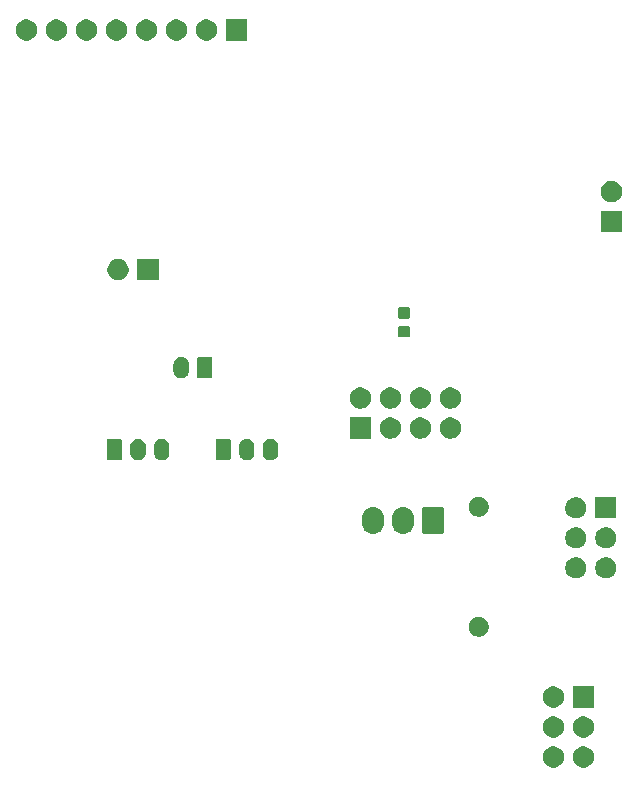
<source format=gbr>
G04 #@! TF.GenerationSoftware,KiCad,Pcbnew,5.1.6*
G04 #@! TF.CreationDate,2020-09-07T17:12:55+08:00*
G04 #@! TF.ProjectId,bt_audio_rec,62745f61-7564-4696-9f5f-7265632e6b69,rev?*
G04 #@! TF.SameCoordinates,Original*
G04 #@! TF.FileFunction,Soldermask,Bot*
G04 #@! TF.FilePolarity,Negative*
%FSLAX46Y46*%
G04 Gerber Fmt 4.6, Leading zero omitted, Abs format (unit mm)*
G04 Created by KiCad (PCBNEW 5.1.6) date 2020-09-07 17:12:55*
%MOMM*%
%LPD*%
G01*
G04 APERTURE LIST*
%ADD10C,0.100000*%
G04 APERTURE END LIST*
D10*
G36*
X254562520Y-140104586D02*
G01*
X254726310Y-140172430D01*
X254873717Y-140270924D01*
X254999076Y-140396283D01*
X255097570Y-140543690D01*
X255165414Y-140707480D01*
X255200000Y-140881358D01*
X255200000Y-141058642D01*
X255165414Y-141232520D01*
X255097570Y-141396310D01*
X254999076Y-141543717D01*
X254873717Y-141669076D01*
X254726310Y-141767570D01*
X254726309Y-141767571D01*
X254726308Y-141767571D01*
X254562520Y-141835414D01*
X254388644Y-141870000D01*
X254211356Y-141870000D01*
X254037480Y-141835414D01*
X253873692Y-141767571D01*
X253873691Y-141767571D01*
X253873690Y-141767570D01*
X253726283Y-141669076D01*
X253600924Y-141543717D01*
X253502430Y-141396310D01*
X253434586Y-141232520D01*
X253400000Y-141058642D01*
X253400000Y-140881358D01*
X253434586Y-140707480D01*
X253502430Y-140543690D01*
X253600924Y-140396283D01*
X253726283Y-140270924D01*
X253873690Y-140172430D01*
X254037480Y-140104586D01*
X254211356Y-140070000D01*
X254388644Y-140070000D01*
X254562520Y-140104586D01*
G37*
G36*
X252022520Y-140104586D02*
G01*
X252186310Y-140172430D01*
X252333717Y-140270924D01*
X252459076Y-140396283D01*
X252557570Y-140543690D01*
X252625414Y-140707480D01*
X252660000Y-140881358D01*
X252660000Y-141058642D01*
X252625414Y-141232520D01*
X252557570Y-141396310D01*
X252459076Y-141543717D01*
X252333717Y-141669076D01*
X252186310Y-141767570D01*
X252186309Y-141767571D01*
X252186308Y-141767571D01*
X252022520Y-141835414D01*
X251848644Y-141870000D01*
X251671356Y-141870000D01*
X251497480Y-141835414D01*
X251333692Y-141767571D01*
X251333691Y-141767571D01*
X251333690Y-141767570D01*
X251186283Y-141669076D01*
X251060924Y-141543717D01*
X250962430Y-141396310D01*
X250894586Y-141232520D01*
X250860000Y-141058642D01*
X250860000Y-140881358D01*
X250894586Y-140707480D01*
X250962430Y-140543690D01*
X251060924Y-140396283D01*
X251186283Y-140270924D01*
X251333690Y-140172430D01*
X251497480Y-140104586D01*
X251671356Y-140070000D01*
X251848644Y-140070000D01*
X252022520Y-140104586D01*
G37*
G36*
X254562520Y-137564586D02*
G01*
X254726310Y-137632430D01*
X254873717Y-137730924D01*
X254999076Y-137856283D01*
X255097570Y-138003690D01*
X255165414Y-138167480D01*
X255200000Y-138341358D01*
X255200000Y-138518642D01*
X255165414Y-138692520D01*
X255097570Y-138856310D01*
X254999076Y-139003717D01*
X254873717Y-139129076D01*
X254726310Y-139227570D01*
X254726309Y-139227571D01*
X254726308Y-139227571D01*
X254562520Y-139295414D01*
X254388644Y-139330000D01*
X254211356Y-139330000D01*
X254037480Y-139295414D01*
X253873692Y-139227571D01*
X253873691Y-139227571D01*
X253873690Y-139227570D01*
X253726283Y-139129076D01*
X253600924Y-139003717D01*
X253502430Y-138856310D01*
X253434586Y-138692520D01*
X253400000Y-138518642D01*
X253400000Y-138341358D01*
X253434586Y-138167480D01*
X253502430Y-138003690D01*
X253600924Y-137856283D01*
X253726283Y-137730924D01*
X253873690Y-137632430D01*
X254037480Y-137564586D01*
X254211356Y-137530000D01*
X254388644Y-137530000D01*
X254562520Y-137564586D01*
G37*
G36*
X252022520Y-137564586D02*
G01*
X252186310Y-137632430D01*
X252333717Y-137730924D01*
X252459076Y-137856283D01*
X252557570Y-138003690D01*
X252625414Y-138167480D01*
X252660000Y-138341358D01*
X252660000Y-138518642D01*
X252625414Y-138692520D01*
X252557570Y-138856310D01*
X252459076Y-139003717D01*
X252333717Y-139129076D01*
X252186310Y-139227570D01*
X252186309Y-139227571D01*
X252186308Y-139227571D01*
X252022520Y-139295414D01*
X251848644Y-139330000D01*
X251671356Y-139330000D01*
X251497480Y-139295414D01*
X251333692Y-139227571D01*
X251333691Y-139227571D01*
X251333690Y-139227570D01*
X251186283Y-139129076D01*
X251060924Y-139003717D01*
X250962430Y-138856310D01*
X250894586Y-138692520D01*
X250860000Y-138518642D01*
X250860000Y-138341358D01*
X250894586Y-138167480D01*
X250962430Y-138003690D01*
X251060924Y-137856283D01*
X251186283Y-137730924D01*
X251333690Y-137632430D01*
X251497480Y-137564586D01*
X251671356Y-137530000D01*
X251848644Y-137530000D01*
X252022520Y-137564586D01*
G37*
G36*
X255200000Y-136790000D02*
G01*
X253400000Y-136790000D01*
X253400000Y-134990000D01*
X255200000Y-134990000D01*
X255200000Y-136790000D01*
G37*
G36*
X252022520Y-135024586D02*
G01*
X252186310Y-135092430D01*
X252333717Y-135190924D01*
X252459076Y-135316283D01*
X252557570Y-135463690D01*
X252625414Y-135627480D01*
X252660000Y-135801358D01*
X252660000Y-135978642D01*
X252625414Y-136152520D01*
X252557570Y-136316310D01*
X252459076Y-136463717D01*
X252333717Y-136589076D01*
X252186310Y-136687570D01*
X252186309Y-136687571D01*
X252186308Y-136687571D01*
X252022520Y-136755414D01*
X251848644Y-136790000D01*
X251671356Y-136790000D01*
X251497480Y-136755414D01*
X251333692Y-136687571D01*
X251333691Y-136687571D01*
X251333690Y-136687570D01*
X251186283Y-136589076D01*
X251060924Y-136463717D01*
X250962430Y-136316310D01*
X250894586Y-136152520D01*
X250860000Y-135978642D01*
X250860000Y-135801358D01*
X250894586Y-135627480D01*
X250962430Y-135463690D01*
X251060924Y-135316283D01*
X251186283Y-135190924D01*
X251333690Y-135092430D01*
X251497480Y-135024586D01*
X251671356Y-134990000D01*
X251848644Y-134990000D01*
X252022520Y-135024586D01*
G37*
G36*
X245677935Y-129122664D02*
G01*
X245832624Y-129186739D01*
X245832626Y-129186740D01*
X245971844Y-129279762D01*
X246090238Y-129398156D01*
X246183260Y-129537374D01*
X246183261Y-129537376D01*
X246247336Y-129692065D01*
X246280000Y-129856281D01*
X246280000Y-130023719D01*
X246247336Y-130187935D01*
X246183261Y-130342624D01*
X246183260Y-130342626D01*
X246090238Y-130481844D01*
X245971844Y-130600238D01*
X245832626Y-130693260D01*
X245832625Y-130693261D01*
X245832624Y-130693261D01*
X245677935Y-130757336D01*
X245513719Y-130790000D01*
X245346281Y-130790000D01*
X245182065Y-130757336D01*
X245027376Y-130693261D01*
X245027375Y-130693261D01*
X245027374Y-130693260D01*
X244888156Y-130600238D01*
X244769762Y-130481844D01*
X244676740Y-130342626D01*
X244676739Y-130342624D01*
X244612664Y-130187935D01*
X244580000Y-130023719D01*
X244580000Y-129856281D01*
X244612664Y-129692065D01*
X244676739Y-129537376D01*
X244676740Y-129537374D01*
X244769762Y-129398156D01*
X244888156Y-129279762D01*
X245027374Y-129186740D01*
X245027376Y-129186739D01*
X245182065Y-129122664D01*
X245346281Y-129090000D01*
X245513719Y-129090000D01*
X245677935Y-129122664D01*
G37*
G36*
X256452520Y-124084586D02*
G01*
X256616310Y-124152430D01*
X256763717Y-124250924D01*
X256889076Y-124376283D01*
X256987570Y-124523690D01*
X257055414Y-124687480D01*
X257090000Y-124861358D01*
X257090000Y-125038642D01*
X257055414Y-125212520D01*
X256987570Y-125376310D01*
X256889076Y-125523717D01*
X256763717Y-125649076D01*
X256616310Y-125747570D01*
X256616309Y-125747571D01*
X256616308Y-125747571D01*
X256452520Y-125815414D01*
X256278644Y-125850000D01*
X256101356Y-125850000D01*
X255927480Y-125815414D01*
X255763692Y-125747571D01*
X255763691Y-125747571D01*
X255763690Y-125747570D01*
X255616283Y-125649076D01*
X255490924Y-125523717D01*
X255392430Y-125376310D01*
X255324586Y-125212520D01*
X255290000Y-125038642D01*
X255290000Y-124861358D01*
X255324586Y-124687480D01*
X255392430Y-124523690D01*
X255490924Y-124376283D01*
X255616283Y-124250924D01*
X255763690Y-124152430D01*
X255927480Y-124084586D01*
X256101356Y-124050000D01*
X256278644Y-124050000D01*
X256452520Y-124084586D01*
G37*
G36*
X253912520Y-124084586D02*
G01*
X254076310Y-124152430D01*
X254223717Y-124250924D01*
X254349076Y-124376283D01*
X254447570Y-124523690D01*
X254515414Y-124687480D01*
X254550000Y-124861358D01*
X254550000Y-125038642D01*
X254515414Y-125212520D01*
X254447570Y-125376310D01*
X254349076Y-125523717D01*
X254223717Y-125649076D01*
X254076310Y-125747570D01*
X254076309Y-125747571D01*
X254076308Y-125747571D01*
X253912520Y-125815414D01*
X253738644Y-125850000D01*
X253561356Y-125850000D01*
X253387480Y-125815414D01*
X253223692Y-125747571D01*
X253223691Y-125747571D01*
X253223690Y-125747570D01*
X253076283Y-125649076D01*
X252950924Y-125523717D01*
X252852430Y-125376310D01*
X252784586Y-125212520D01*
X252750000Y-125038642D01*
X252750000Y-124861358D01*
X252784586Y-124687480D01*
X252852430Y-124523690D01*
X252950924Y-124376283D01*
X253076283Y-124250924D01*
X253223690Y-124152430D01*
X253387480Y-124084586D01*
X253561356Y-124050000D01*
X253738644Y-124050000D01*
X253912520Y-124084586D01*
G37*
G36*
X256452520Y-121544586D02*
G01*
X256616310Y-121612430D01*
X256763717Y-121710924D01*
X256889076Y-121836283D01*
X256987570Y-121983690D01*
X256987571Y-121983692D01*
X257027918Y-122081099D01*
X257055414Y-122147480D01*
X257090000Y-122321358D01*
X257090000Y-122498642D01*
X257055414Y-122672520D01*
X256987570Y-122836310D01*
X256889076Y-122983717D01*
X256763717Y-123109076D01*
X256616310Y-123207570D01*
X256616309Y-123207571D01*
X256616308Y-123207571D01*
X256452520Y-123275414D01*
X256278644Y-123310000D01*
X256101356Y-123310000D01*
X255927480Y-123275414D01*
X255763692Y-123207571D01*
X255763691Y-123207571D01*
X255763690Y-123207570D01*
X255616283Y-123109076D01*
X255490924Y-122983717D01*
X255392430Y-122836310D01*
X255324586Y-122672520D01*
X255290000Y-122498642D01*
X255290000Y-122321358D01*
X255324586Y-122147480D01*
X255352082Y-122081099D01*
X255392429Y-121983692D01*
X255392430Y-121983690D01*
X255490924Y-121836283D01*
X255616283Y-121710924D01*
X255763690Y-121612430D01*
X255927480Y-121544586D01*
X256101356Y-121510000D01*
X256278644Y-121510000D01*
X256452520Y-121544586D01*
G37*
G36*
X253912520Y-121544586D02*
G01*
X254076310Y-121612430D01*
X254223717Y-121710924D01*
X254349076Y-121836283D01*
X254447570Y-121983690D01*
X254447571Y-121983692D01*
X254487918Y-122081099D01*
X254515414Y-122147480D01*
X254550000Y-122321358D01*
X254550000Y-122498642D01*
X254515414Y-122672520D01*
X254447570Y-122836310D01*
X254349076Y-122983717D01*
X254223717Y-123109076D01*
X254076310Y-123207570D01*
X254076309Y-123207571D01*
X254076308Y-123207571D01*
X253912520Y-123275414D01*
X253738644Y-123310000D01*
X253561356Y-123310000D01*
X253387480Y-123275414D01*
X253223692Y-123207571D01*
X253223691Y-123207571D01*
X253223690Y-123207570D01*
X253076283Y-123109076D01*
X252950924Y-122983717D01*
X252852430Y-122836310D01*
X252784586Y-122672520D01*
X252750000Y-122498642D01*
X252750000Y-122321358D01*
X252784586Y-122147480D01*
X252812082Y-122081099D01*
X252852429Y-121983692D01*
X252852430Y-121983690D01*
X252950924Y-121836283D01*
X253076283Y-121710924D01*
X253223690Y-121612430D01*
X253387480Y-121544586D01*
X253561356Y-121510000D01*
X253738644Y-121510000D01*
X253912520Y-121544586D01*
G37*
G36*
X236680351Y-119818312D02*
G01*
X236830037Y-119863719D01*
X236853775Y-119870920D01*
X237013593Y-119956344D01*
X237013596Y-119956346D01*
X237013597Y-119956347D01*
X237153686Y-120071314D01*
X237268653Y-120211403D01*
X237268656Y-120211407D01*
X237354080Y-120371225D01*
X237354081Y-120371228D01*
X237406688Y-120544649D01*
X237406688Y-120544651D01*
X237420000Y-120679808D01*
X237420000Y-121220193D01*
X237406688Y-121355350D01*
X237354080Y-121528775D01*
X237268656Y-121688593D01*
X237268654Y-121688596D01*
X237268653Y-121688597D01*
X237153686Y-121828686D01*
X237050249Y-121913573D01*
X237013593Y-121943656D01*
X236853775Y-122029080D01*
X236807125Y-122043231D01*
X236680350Y-122081688D01*
X236500000Y-122099451D01*
X236319649Y-122081688D01*
X236146228Y-122029081D01*
X236146225Y-122029080D01*
X235986407Y-121943656D01*
X235986403Y-121943653D01*
X235846314Y-121828686D01*
X235749671Y-121710924D01*
X235731344Y-121688593D01*
X235645920Y-121528775D01*
X235624195Y-121457157D01*
X235593312Y-121355350D01*
X235580000Y-121220191D01*
X235580000Y-120679808D01*
X235593312Y-120544649D01*
X235645919Y-120371228D01*
X235645919Y-120371227D01*
X235731347Y-120211405D01*
X235731348Y-120211403D01*
X235846315Y-120071314D01*
X235986404Y-119956347D01*
X235986405Y-119956346D01*
X235986408Y-119956344D01*
X236146226Y-119870920D01*
X236169964Y-119863719D01*
X236319650Y-119818312D01*
X236500000Y-119800549D01*
X236680351Y-119818312D01*
G37*
G36*
X239220351Y-119818312D02*
G01*
X239370037Y-119863719D01*
X239393775Y-119870920D01*
X239553593Y-119956344D01*
X239553596Y-119956346D01*
X239553597Y-119956347D01*
X239693686Y-120071314D01*
X239808653Y-120211403D01*
X239808656Y-120211407D01*
X239894080Y-120371225D01*
X239894081Y-120371228D01*
X239946688Y-120544649D01*
X239946688Y-120544651D01*
X239960000Y-120679808D01*
X239960000Y-121220193D01*
X239946688Y-121355350D01*
X239894080Y-121528775D01*
X239808656Y-121688593D01*
X239808654Y-121688596D01*
X239808653Y-121688597D01*
X239693686Y-121828686D01*
X239590249Y-121913573D01*
X239553593Y-121943656D01*
X239393775Y-122029080D01*
X239347125Y-122043231D01*
X239220350Y-122081688D01*
X239040000Y-122099451D01*
X238859649Y-122081688D01*
X238686228Y-122029081D01*
X238686225Y-122029080D01*
X238526407Y-121943656D01*
X238526403Y-121943653D01*
X238386314Y-121828686D01*
X238289671Y-121710924D01*
X238271344Y-121688593D01*
X238185920Y-121528775D01*
X238164195Y-121457157D01*
X238133312Y-121355350D01*
X238120000Y-121220191D01*
X238120000Y-120679808D01*
X238133312Y-120544649D01*
X238185919Y-120371228D01*
X238185919Y-120371227D01*
X238271347Y-120211405D01*
X238271348Y-120211403D01*
X238386315Y-120071314D01*
X238526404Y-119956347D01*
X238526405Y-119956346D01*
X238526408Y-119956344D01*
X238686226Y-119870920D01*
X238709964Y-119863719D01*
X238859650Y-119818312D01*
X239040000Y-119800549D01*
X239220351Y-119818312D01*
G37*
G36*
X242358793Y-119808961D02*
G01*
X242391559Y-119818901D01*
X242421759Y-119835043D01*
X242448231Y-119856769D01*
X242469957Y-119883241D01*
X242486099Y-119913441D01*
X242496039Y-119946207D01*
X242500000Y-119986427D01*
X242500000Y-121913573D01*
X242496039Y-121953793D01*
X242486099Y-121986559D01*
X242469957Y-122016759D01*
X242448231Y-122043231D01*
X242421759Y-122064957D01*
X242391559Y-122081099D01*
X242358793Y-122091039D01*
X242318573Y-122095000D01*
X240841427Y-122095000D01*
X240801207Y-122091039D01*
X240768441Y-122081099D01*
X240738241Y-122064957D01*
X240711769Y-122043231D01*
X240690043Y-122016759D01*
X240673901Y-121986559D01*
X240663961Y-121953793D01*
X240660000Y-121913573D01*
X240660000Y-119986427D01*
X240663961Y-119946207D01*
X240673901Y-119913441D01*
X240690043Y-119883241D01*
X240711769Y-119856769D01*
X240738241Y-119835043D01*
X240768441Y-119818901D01*
X240801207Y-119808961D01*
X240841427Y-119805000D01*
X242318573Y-119805000D01*
X242358793Y-119808961D01*
G37*
G36*
X253912520Y-119004586D02*
G01*
X254076310Y-119072430D01*
X254223717Y-119170924D01*
X254349076Y-119296283D01*
X254403259Y-119377374D01*
X254447571Y-119443692D01*
X254515414Y-119607480D01*
X254550000Y-119781356D01*
X254550000Y-119958644D01*
X254527588Y-120071315D01*
X254515414Y-120132520D01*
X254447570Y-120296310D01*
X254349076Y-120443717D01*
X254223717Y-120569076D01*
X254076310Y-120667570D01*
X254076309Y-120667571D01*
X254076308Y-120667571D01*
X253912520Y-120735414D01*
X253738644Y-120770000D01*
X253561356Y-120770000D01*
X253387480Y-120735414D01*
X253223692Y-120667571D01*
X253223691Y-120667571D01*
X253223690Y-120667570D01*
X253076283Y-120569076D01*
X252950924Y-120443717D01*
X252852430Y-120296310D01*
X252784586Y-120132520D01*
X252772412Y-120071315D01*
X252750000Y-119958644D01*
X252750000Y-119781356D01*
X252784586Y-119607480D01*
X252852429Y-119443692D01*
X252896741Y-119377374D01*
X252950924Y-119296283D01*
X253076283Y-119170924D01*
X253223690Y-119072430D01*
X253387480Y-119004586D01*
X253561356Y-118970000D01*
X253738644Y-118970000D01*
X253912520Y-119004586D01*
G37*
G36*
X257090000Y-120770000D02*
G01*
X255290000Y-120770000D01*
X255290000Y-118970000D01*
X257090000Y-118970000D01*
X257090000Y-120770000D01*
G37*
G36*
X245677935Y-118962664D02*
G01*
X245832624Y-119026739D01*
X245832626Y-119026740D01*
X245971844Y-119119762D01*
X246090238Y-119238156D01*
X246183260Y-119377374D01*
X246183261Y-119377376D01*
X246247336Y-119532065D01*
X246280000Y-119696281D01*
X246280000Y-119863719D01*
X246247336Y-120027935D01*
X246229367Y-120071315D01*
X246183260Y-120182626D01*
X246090238Y-120321844D01*
X245971844Y-120440238D01*
X245832626Y-120533260D01*
X245832625Y-120533261D01*
X245832624Y-120533261D01*
X245677935Y-120597336D01*
X245513719Y-120630000D01*
X245346281Y-120630000D01*
X245182065Y-120597336D01*
X245027376Y-120533261D01*
X245027375Y-120533261D01*
X245027374Y-120533260D01*
X244888156Y-120440238D01*
X244769762Y-120321844D01*
X244676740Y-120182626D01*
X244630633Y-120071315D01*
X244612664Y-120027935D01*
X244580000Y-119863719D01*
X244580000Y-119696281D01*
X244612664Y-119532065D01*
X244676739Y-119377376D01*
X244676740Y-119377374D01*
X244769762Y-119238156D01*
X244888156Y-119119762D01*
X245027374Y-119026740D01*
X245027376Y-119026739D01*
X245182065Y-118962664D01*
X245346281Y-118930000D01*
X245513719Y-118930000D01*
X245677935Y-118962664D01*
G37*
G36*
X216705997Y-114013280D02*
G01*
X216717422Y-114014405D01*
X216754379Y-114025616D01*
X216839947Y-114051573D01*
X216952867Y-114111930D01*
X217051843Y-114193157D01*
X217133070Y-114292132D01*
X217193427Y-114405052D01*
X217230595Y-114527578D01*
X217240000Y-114623068D01*
X217240000Y-115236932D01*
X217230595Y-115332422D01*
X217193427Y-115454948D01*
X217133070Y-115567868D01*
X217051843Y-115666843D01*
X216952868Y-115748070D01*
X216839948Y-115808427D01*
X216798032Y-115821142D01*
X216717423Y-115845595D01*
X216705998Y-115846720D01*
X216590000Y-115858145D01*
X216474003Y-115846720D01*
X216462578Y-115845595D01*
X216381969Y-115821142D01*
X216340053Y-115808427D01*
X216227133Y-115748070D01*
X216128158Y-115666843D01*
X216046930Y-115567868D01*
X215986573Y-115454948D01*
X215949405Y-115332422D01*
X215940000Y-115236932D01*
X215940000Y-114623069D01*
X215949405Y-114527579D01*
X215949406Y-114527577D01*
X215986573Y-114405054D01*
X215986573Y-114405053D01*
X216046930Y-114292133D01*
X216128157Y-114193157D01*
X216227132Y-114111930D01*
X216340052Y-114051573D01*
X216425620Y-114025616D01*
X216462577Y-114014405D01*
X216474002Y-114013280D01*
X216590000Y-114001855D01*
X216705997Y-114013280D01*
G37*
G36*
X225915997Y-114013280D02*
G01*
X225927422Y-114014405D01*
X225964379Y-114025616D01*
X226049947Y-114051573D01*
X226162867Y-114111930D01*
X226261843Y-114193157D01*
X226343070Y-114292132D01*
X226403427Y-114405052D01*
X226440595Y-114527578D01*
X226450000Y-114623068D01*
X226450000Y-115236932D01*
X226440595Y-115332422D01*
X226403427Y-115454948D01*
X226343070Y-115567868D01*
X226261843Y-115666843D01*
X226162868Y-115748070D01*
X226049948Y-115808427D01*
X226008032Y-115821142D01*
X225927423Y-115845595D01*
X225915998Y-115846720D01*
X225800000Y-115858145D01*
X225684003Y-115846720D01*
X225672578Y-115845595D01*
X225591969Y-115821142D01*
X225550053Y-115808427D01*
X225437133Y-115748070D01*
X225338158Y-115666843D01*
X225256930Y-115567868D01*
X225196573Y-115454948D01*
X225159405Y-115332422D01*
X225150000Y-115236932D01*
X225150000Y-114623069D01*
X225159405Y-114527579D01*
X225159406Y-114527577D01*
X225196573Y-114405054D01*
X225196573Y-114405053D01*
X225256930Y-114292133D01*
X225338157Y-114193157D01*
X225437132Y-114111930D01*
X225550052Y-114051573D01*
X225635620Y-114025616D01*
X225672577Y-114014405D01*
X225684002Y-114013280D01*
X225800000Y-114001855D01*
X225915997Y-114013280D01*
G37*
G36*
X227915997Y-114013280D02*
G01*
X227927422Y-114014405D01*
X227964379Y-114025616D01*
X228049947Y-114051573D01*
X228162867Y-114111930D01*
X228261843Y-114193157D01*
X228343070Y-114292132D01*
X228403427Y-114405052D01*
X228440595Y-114527578D01*
X228450000Y-114623068D01*
X228450000Y-115236932D01*
X228440595Y-115332422D01*
X228403427Y-115454948D01*
X228343070Y-115567868D01*
X228261843Y-115666843D01*
X228162868Y-115748070D01*
X228049948Y-115808427D01*
X228008032Y-115821142D01*
X227927423Y-115845595D01*
X227915998Y-115846720D01*
X227800000Y-115858145D01*
X227684003Y-115846720D01*
X227672578Y-115845595D01*
X227591969Y-115821142D01*
X227550053Y-115808427D01*
X227437133Y-115748070D01*
X227338158Y-115666843D01*
X227256930Y-115567868D01*
X227196573Y-115454948D01*
X227159405Y-115332422D01*
X227150000Y-115236932D01*
X227150000Y-114623069D01*
X227159405Y-114527579D01*
X227159406Y-114527577D01*
X227196573Y-114405054D01*
X227196573Y-114405053D01*
X227256930Y-114292133D01*
X227338157Y-114193157D01*
X227437132Y-114111930D01*
X227550052Y-114051573D01*
X227635620Y-114025616D01*
X227672577Y-114014405D01*
X227684002Y-114013280D01*
X227800000Y-114001855D01*
X227915997Y-114013280D01*
G37*
G36*
X218705997Y-114013280D02*
G01*
X218717422Y-114014405D01*
X218754379Y-114025616D01*
X218839947Y-114051573D01*
X218952867Y-114111930D01*
X219051843Y-114193157D01*
X219133070Y-114292132D01*
X219193427Y-114405052D01*
X219230595Y-114527578D01*
X219240000Y-114623068D01*
X219240000Y-115236932D01*
X219230595Y-115332422D01*
X219193427Y-115454948D01*
X219133070Y-115567868D01*
X219051843Y-115666843D01*
X218952868Y-115748070D01*
X218839948Y-115808427D01*
X218798032Y-115821142D01*
X218717423Y-115845595D01*
X218705998Y-115846720D01*
X218590000Y-115858145D01*
X218474003Y-115846720D01*
X218462578Y-115845595D01*
X218381969Y-115821142D01*
X218340053Y-115808427D01*
X218227133Y-115748070D01*
X218128158Y-115666843D01*
X218046930Y-115567868D01*
X217986573Y-115454948D01*
X217949405Y-115332422D01*
X217940000Y-115236932D01*
X217940000Y-114623069D01*
X217949405Y-114527579D01*
X217949406Y-114527577D01*
X217986573Y-114405054D01*
X217986573Y-114405053D01*
X218046930Y-114292133D01*
X218128157Y-114193157D01*
X218227132Y-114111930D01*
X218340052Y-114051573D01*
X218425620Y-114025616D01*
X218462577Y-114014405D01*
X218474002Y-114013280D01*
X218590000Y-114001855D01*
X218705997Y-114013280D01*
G37*
G36*
X215080578Y-114009396D02*
G01*
X215117591Y-114020624D01*
X215151705Y-114038858D01*
X215181604Y-114063396D01*
X215206142Y-114093295D01*
X215224376Y-114127409D01*
X215235604Y-114164422D01*
X215240000Y-114209057D01*
X215240000Y-115650943D01*
X215235604Y-115695578D01*
X215224376Y-115732591D01*
X215206142Y-115766705D01*
X215181604Y-115796604D01*
X215151705Y-115821142D01*
X215117591Y-115839376D01*
X215080578Y-115850604D01*
X215035943Y-115855000D01*
X214144057Y-115855000D01*
X214099422Y-115850604D01*
X214062409Y-115839376D01*
X214028295Y-115821142D01*
X213998396Y-115796604D01*
X213973858Y-115766705D01*
X213955624Y-115732591D01*
X213944396Y-115695578D01*
X213940000Y-115650943D01*
X213940000Y-114209057D01*
X213944396Y-114164422D01*
X213955624Y-114127409D01*
X213973858Y-114093295D01*
X213998396Y-114063396D01*
X214028295Y-114038858D01*
X214062409Y-114020624D01*
X214099422Y-114009396D01*
X214144057Y-114005000D01*
X215035943Y-114005000D01*
X215080578Y-114009396D01*
G37*
G36*
X224290578Y-114009396D02*
G01*
X224327591Y-114020624D01*
X224361705Y-114038858D01*
X224391604Y-114063396D01*
X224416142Y-114093295D01*
X224434376Y-114127409D01*
X224445604Y-114164422D01*
X224450000Y-114209057D01*
X224450000Y-115650943D01*
X224445604Y-115695578D01*
X224434376Y-115732591D01*
X224416142Y-115766705D01*
X224391604Y-115796604D01*
X224361705Y-115821142D01*
X224327591Y-115839376D01*
X224290578Y-115850604D01*
X224245943Y-115855000D01*
X223354057Y-115855000D01*
X223309422Y-115850604D01*
X223272409Y-115839376D01*
X223238295Y-115821142D01*
X223208396Y-115796604D01*
X223183858Y-115766705D01*
X223165624Y-115732591D01*
X223154396Y-115695578D01*
X223150000Y-115650943D01*
X223150000Y-114209057D01*
X223154396Y-114164422D01*
X223165624Y-114127409D01*
X223183858Y-114093295D01*
X223208396Y-114063396D01*
X223238295Y-114038858D01*
X223272409Y-114020624D01*
X223309422Y-114009396D01*
X223354057Y-114005000D01*
X224245943Y-114005000D01*
X224290578Y-114009396D01*
G37*
G36*
X236310000Y-114020000D02*
G01*
X234510000Y-114020000D01*
X234510000Y-112220000D01*
X236310000Y-112220000D01*
X236310000Y-114020000D01*
G37*
G36*
X243292520Y-112254586D02*
G01*
X243456310Y-112322430D01*
X243603717Y-112420924D01*
X243729076Y-112546283D01*
X243827570Y-112693690D01*
X243895414Y-112857480D01*
X243930000Y-113031358D01*
X243930000Y-113208642D01*
X243895414Y-113382520D01*
X243827570Y-113546310D01*
X243729076Y-113693717D01*
X243603717Y-113819076D01*
X243456310Y-113917570D01*
X243456309Y-113917571D01*
X243456308Y-113917571D01*
X243292520Y-113985414D01*
X243118644Y-114020000D01*
X242941356Y-114020000D01*
X242767480Y-113985414D01*
X242603692Y-113917571D01*
X242603691Y-113917571D01*
X242603690Y-113917570D01*
X242456283Y-113819076D01*
X242330924Y-113693717D01*
X242232430Y-113546310D01*
X242164586Y-113382520D01*
X242130000Y-113208642D01*
X242130000Y-113031358D01*
X242164586Y-112857480D01*
X242232430Y-112693690D01*
X242330924Y-112546283D01*
X242456283Y-112420924D01*
X242603690Y-112322430D01*
X242767480Y-112254586D01*
X242941356Y-112220000D01*
X243118644Y-112220000D01*
X243292520Y-112254586D01*
G37*
G36*
X238212520Y-112254586D02*
G01*
X238376310Y-112322430D01*
X238523717Y-112420924D01*
X238649076Y-112546283D01*
X238747570Y-112693690D01*
X238815414Y-112857480D01*
X238850000Y-113031358D01*
X238850000Y-113208642D01*
X238815414Y-113382520D01*
X238747570Y-113546310D01*
X238649076Y-113693717D01*
X238523717Y-113819076D01*
X238376310Y-113917570D01*
X238376309Y-113917571D01*
X238376308Y-113917571D01*
X238212520Y-113985414D01*
X238038644Y-114020000D01*
X237861356Y-114020000D01*
X237687480Y-113985414D01*
X237523692Y-113917571D01*
X237523691Y-113917571D01*
X237523690Y-113917570D01*
X237376283Y-113819076D01*
X237250924Y-113693717D01*
X237152430Y-113546310D01*
X237084586Y-113382520D01*
X237050000Y-113208642D01*
X237050000Y-113031358D01*
X237084586Y-112857480D01*
X237152430Y-112693690D01*
X237250924Y-112546283D01*
X237376283Y-112420924D01*
X237523690Y-112322430D01*
X237687480Y-112254586D01*
X237861356Y-112220000D01*
X238038644Y-112220000D01*
X238212520Y-112254586D01*
G37*
G36*
X240752520Y-112254586D02*
G01*
X240916310Y-112322430D01*
X241063717Y-112420924D01*
X241189076Y-112546283D01*
X241287570Y-112693690D01*
X241355414Y-112857480D01*
X241390000Y-113031358D01*
X241390000Y-113208642D01*
X241355414Y-113382520D01*
X241287570Y-113546310D01*
X241189076Y-113693717D01*
X241063717Y-113819076D01*
X240916310Y-113917570D01*
X240916309Y-113917571D01*
X240916308Y-113917571D01*
X240752520Y-113985414D01*
X240578644Y-114020000D01*
X240401356Y-114020000D01*
X240227480Y-113985414D01*
X240063692Y-113917571D01*
X240063691Y-113917571D01*
X240063690Y-113917570D01*
X239916283Y-113819076D01*
X239790924Y-113693717D01*
X239692430Y-113546310D01*
X239624586Y-113382520D01*
X239590000Y-113208642D01*
X239590000Y-113031358D01*
X239624586Y-112857480D01*
X239692430Y-112693690D01*
X239790924Y-112546283D01*
X239916283Y-112420924D01*
X240063690Y-112322430D01*
X240227480Y-112254586D01*
X240401356Y-112220000D01*
X240578644Y-112220000D01*
X240752520Y-112254586D01*
G37*
G36*
X243292520Y-109714586D02*
G01*
X243456310Y-109782430D01*
X243603717Y-109880924D01*
X243729076Y-110006283D01*
X243827570Y-110153690D01*
X243895414Y-110317480D01*
X243930000Y-110491358D01*
X243930000Y-110668642D01*
X243895414Y-110842520D01*
X243827570Y-111006310D01*
X243729076Y-111153717D01*
X243603717Y-111279076D01*
X243456310Y-111377570D01*
X243456309Y-111377571D01*
X243456308Y-111377571D01*
X243292520Y-111445414D01*
X243118644Y-111480000D01*
X242941356Y-111480000D01*
X242767480Y-111445414D01*
X242603692Y-111377571D01*
X242603691Y-111377571D01*
X242603690Y-111377570D01*
X242456283Y-111279076D01*
X242330924Y-111153717D01*
X242232430Y-111006310D01*
X242164586Y-110842520D01*
X242130000Y-110668642D01*
X242130000Y-110491358D01*
X242164586Y-110317480D01*
X242232430Y-110153690D01*
X242330924Y-110006283D01*
X242456283Y-109880924D01*
X242603690Y-109782430D01*
X242767480Y-109714586D01*
X242941356Y-109680000D01*
X243118644Y-109680000D01*
X243292520Y-109714586D01*
G37*
G36*
X240752520Y-109714586D02*
G01*
X240916310Y-109782430D01*
X241063717Y-109880924D01*
X241189076Y-110006283D01*
X241287570Y-110153690D01*
X241355414Y-110317480D01*
X241390000Y-110491358D01*
X241390000Y-110668642D01*
X241355414Y-110842520D01*
X241287570Y-111006310D01*
X241189076Y-111153717D01*
X241063717Y-111279076D01*
X240916310Y-111377570D01*
X240916309Y-111377571D01*
X240916308Y-111377571D01*
X240752520Y-111445414D01*
X240578644Y-111480000D01*
X240401356Y-111480000D01*
X240227480Y-111445414D01*
X240063692Y-111377571D01*
X240063691Y-111377571D01*
X240063690Y-111377570D01*
X239916283Y-111279076D01*
X239790924Y-111153717D01*
X239692430Y-111006310D01*
X239624586Y-110842520D01*
X239590000Y-110668642D01*
X239590000Y-110491358D01*
X239624586Y-110317480D01*
X239692430Y-110153690D01*
X239790924Y-110006283D01*
X239916283Y-109880924D01*
X240063690Y-109782430D01*
X240227480Y-109714586D01*
X240401356Y-109680000D01*
X240578644Y-109680000D01*
X240752520Y-109714586D01*
G37*
G36*
X238212520Y-109714586D02*
G01*
X238376310Y-109782430D01*
X238523717Y-109880924D01*
X238649076Y-110006283D01*
X238747570Y-110153690D01*
X238815414Y-110317480D01*
X238850000Y-110491358D01*
X238850000Y-110668642D01*
X238815414Y-110842520D01*
X238747570Y-111006310D01*
X238649076Y-111153717D01*
X238523717Y-111279076D01*
X238376310Y-111377570D01*
X238376309Y-111377571D01*
X238376308Y-111377571D01*
X238212520Y-111445414D01*
X238038644Y-111480000D01*
X237861356Y-111480000D01*
X237687480Y-111445414D01*
X237523692Y-111377571D01*
X237523691Y-111377571D01*
X237523690Y-111377570D01*
X237376283Y-111279076D01*
X237250924Y-111153717D01*
X237152430Y-111006310D01*
X237084586Y-110842520D01*
X237050000Y-110668642D01*
X237050000Y-110491358D01*
X237084586Y-110317480D01*
X237152430Y-110153690D01*
X237250924Y-110006283D01*
X237376283Y-109880924D01*
X237523690Y-109782430D01*
X237687480Y-109714586D01*
X237861356Y-109680000D01*
X238038644Y-109680000D01*
X238212520Y-109714586D01*
G37*
G36*
X235672520Y-109714586D02*
G01*
X235836310Y-109782430D01*
X235983717Y-109880924D01*
X236109076Y-110006283D01*
X236207570Y-110153690D01*
X236275414Y-110317480D01*
X236310000Y-110491358D01*
X236310000Y-110668642D01*
X236275414Y-110842520D01*
X236207570Y-111006310D01*
X236109076Y-111153717D01*
X235983717Y-111279076D01*
X235836310Y-111377570D01*
X235836309Y-111377571D01*
X235836308Y-111377571D01*
X235672520Y-111445414D01*
X235498644Y-111480000D01*
X235321356Y-111480000D01*
X235147480Y-111445414D01*
X234983692Y-111377571D01*
X234983691Y-111377571D01*
X234983690Y-111377570D01*
X234836283Y-111279076D01*
X234710924Y-111153717D01*
X234612430Y-111006310D01*
X234544586Y-110842520D01*
X234510000Y-110668642D01*
X234510000Y-110491358D01*
X234544586Y-110317480D01*
X234612430Y-110153690D01*
X234710924Y-110006283D01*
X234836283Y-109880924D01*
X234983690Y-109782430D01*
X235147480Y-109714586D01*
X235321356Y-109680000D01*
X235498644Y-109680000D01*
X235672520Y-109714586D01*
G37*
G36*
X220355998Y-107073280D02*
G01*
X220367423Y-107074405D01*
X220404380Y-107085616D01*
X220489948Y-107111573D01*
X220602868Y-107171930D01*
X220701843Y-107253157D01*
X220783070Y-107352132D01*
X220843427Y-107465052D01*
X220880595Y-107587578D01*
X220890000Y-107683068D01*
X220890000Y-108296932D01*
X220880595Y-108392422D01*
X220843427Y-108514948D01*
X220783070Y-108627868D01*
X220701843Y-108726843D01*
X220602867Y-108808070D01*
X220489947Y-108868427D01*
X220448031Y-108881142D01*
X220367422Y-108905595D01*
X220355997Y-108906720D01*
X220240000Y-108918145D01*
X220124002Y-108906720D01*
X220112577Y-108905595D01*
X220031968Y-108881142D01*
X219990052Y-108868427D01*
X219877132Y-108808070D01*
X219778157Y-108726843D01*
X219696930Y-108627867D01*
X219636573Y-108514947D01*
X219617989Y-108453684D01*
X219599405Y-108392422D01*
X219598229Y-108380485D01*
X219590000Y-108296931D01*
X219590000Y-107683068D01*
X219599405Y-107587578D01*
X219636573Y-107465052D01*
X219696930Y-107352132D01*
X219778158Y-107253157D01*
X219877133Y-107171930D01*
X219990053Y-107111573D01*
X220075621Y-107085616D01*
X220112578Y-107074405D01*
X220124003Y-107073280D01*
X220240000Y-107061855D01*
X220355998Y-107073280D01*
G37*
G36*
X222730578Y-107069396D02*
G01*
X222767591Y-107080624D01*
X222801705Y-107098858D01*
X222831604Y-107123396D01*
X222856142Y-107153295D01*
X222874376Y-107187409D01*
X222885604Y-107224422D01*
X222890000Y-107269057D01*
X222890000Y-108710943D01*
X222885604Y-108755578D01*
X222874376Y-108792591D01*
X222856142Y-108826705D01*
X222831604Y-108856604D01*
X222801705Y-108881142D01*
X222767591Y-108899376D01*
X222730578Y-108910604D01*
X222685943Y-108915000D01*
X221794057Y-108915000D01*
X221749422Y-108910604D01*
X221712409Y-108899376D01*
X221678295Y-108881142D01*
X221648396Y-108856604D01*
X221623858Y-108826705D01*
X221605624Y-108792591D01*
X221594396Y-108755578D01*
X221590000Y-108710943D01*
X221590000Y-107269057D01*
X221594396Y-107224422D01*
X221605624Y-107187409D01*
X221623858Y-107153295D01*
X221648396Y-107123396D01*
X221678295Y-107098858D01*
X221712409Y-107080624D01*
X221749422Y-107069396D01*
X221794057Y-107065000D01*
X222685943Y-107065000D01*
X222730578Y-107069396D01*
G37*
G36*
X239478991Y-104474075D02*
G01*
X239512879Y-104484355D01*
X239544112Y-104501050D01*
X239571486Y-104523514D01*
X239593950Y-104550888D01*
X239610645Y-104582121D01*
X239620925Y-104616009D01*
X239625000Y-104657388D01*
X239625000Y-105257612D01*
X239620925Y-105298991D01*
X239610645Y-105332879D01*
X239593950Y-105364112D01*
X239571486Y-105391486D01*
X239544112Y-105413950D01*
X239512879Y-105430645D01*
X239478991Y-105440925D01*
X239437612Y-105445000D01*
X238762388Y-105445000D01*
X238721009Y-105440925D01*
X238687121Y-105430645D01*
X238655888Y-105413950D01*
X238628514Y-105391486D01*
X238606050Y-105364112D01*
X238589355Y-105332879D01*
X238579075Y-105298991D01*
X238575000Y-105257612D01*
X238575000Y-104657388D01*
X238579075Y-104616009D01*
X238589355Y-104582121D01*
X238606050Y-104550888D01*
X238628514Y-104523514D01*
X238655888Y-104501050D01*
X238687121Y-104484355D01*
X238721009Y-104474075D01*
X238762388Y-104470000D01*
X239437612Y-104470000D01*
X239478991Y-104474075D01*
G37*
G36*
X239478991Y-102899075D02*
G01*
X239512879Y-102909355D01*
X239544112Y-102926050D01*
X239571486Y-102948514D01*
X239593950Y-102975888D01*
X239610645Y-103007121D01*
X239620925Y-103041009D01*
X239625000Y-103082388D01*
X239625000Y-103682612D01*
X239620925Y-103723991D01*
X239610645Y-103757879D01*
X239593950Y-103789112D01*
X239571486Y-103816486D01*
X239544112Y-103838950D01*
X239512879Y-103855645D01*
X239478991Y-103865925D01*
X239437612Y-103870000D01*
X238762388Y-103870000D01*
X238721009Y-103865925D01*
X238687121Y-103855645D01*
X238655888Y-103838950D01*
X238628514Y-103816486D01*
X238606050Y-103789112D01*
X238589355Y-103757879D01*
X238579075Y-103723991D01*
X238575000Y-103682612D01*
X238575000Y-103082388D01*
X238579075Y-103041009D01*
X238589355Y-103007121D01*
X238606050Y-102975888D01*
X238628514Y-102948514D01*
X238655888Y-102926050D01*
X238687121Y-102909355D01*
X238721009Y-102899075D01*
X238762388Y-102895000D01*
X239437612Y-102895000D01*
X239478991Y-102899075D01*
G37*
G36*
X215162520Y-98844586D02*
G01*
X215326310Y-98912430D01*
X215473717Y-99010924D01*
X215599076Y-99136283D01*
X215697570Y-99283690D01*
X215765414Y-99447480D01*
X215800000Y-99621358D01*
X215800000Y-99798642D01*
X215765414Y-99972520D01*
X215697570Y-100136310D01*
X215599076Y-100283717D01*
X215473717Y-100409076D01*
X215326310Y-100507570D01*
X215326309Y-100507571D01*
X215326308Y-100507571D01*
X215162520Y-100575414D01*
X214988644Y-100610000D01*
X214811356Y-100610000D01*
X214637480Y-100575414D01*
X214473692Y-100507571D01*
X214473691Y-100507571D01*
X214473690Y-100507570D01*
X214326283Y-100409076D01*
X214200924Y-100283717D01*
X214102430Y-100136310D01*
X214034586Y-99972520D01*
X214000000Y-99798642D01*
X214000000Y-99621358D01*
X214034586Y-99447480D01*
X214102430Y-99283690D01*
X214200924Y-99136283D01*
X214326283Y-99010924D01*
X214473690Y-98912430D01*
X214637480Y-98844586D01*
X214811356Y-98810000D01*
X214988644Y-98810000D01*
X215162520Y-98844586D01*
G37*
G36*
X218340000Y-100610000D02*
G01*
X216540000Y-100610000D01*
X216540000Y-98810000D01*
X218340000Y-98810000D01*
X218340000Y-100610000D01*
G37*
G36*
X257570000Y-96530000D02*
G01*
X255770000Y-96530000D01*
X255770000Y-94730000D01*
X257570000Y-94730000D01*
X257570000Y-96530000D01*
G37*
G36*
X256932520Y-92224586D02*
G01*
X257096310Y-92292430D01*
X257243717Y-92390924D01*
X257369076Y-92516283D01*
X257467570Y-92663690D01*
X257535414Y-92827480D01*
X257570000Y-93001358D01*
X257570000Y-93178642D01*
X257535414Y-93352520D01*
X257467570Y-93516310D01*
X257369076Y-93663717D01*
X257243717Y-93789076D01*
X257096310Y-93887570D01*
X257096309Y-93887571D01*
X257096308Y-93887571D01*
X256932520Y-93955414D01*
X256758644Y-93990000D01*
X256581356Y-93990000D01*
X256407480Y-93955414D01*
X256243692Y-93887571D01*
X256243691Y-93887571D01*
X256243690Y-93887570D01*
X256096283Y-93789076D01*
X255970924Y-93663717D01*
X255872430Y-93516310D01*
X255804586Y-93352520D01*
X255770000Y-93178642D01*
X255770000Y-93001358D01*
X255804586Y-92827480D01*
X255872430Y-92663690D01*
X255970924Y-92516283D01*
X256096283Y-92390924D01*
X256243690Y-92292430D01*
X256407480Y-92224586D01*
X256581356Y-92190000D01*
X256758644Y-92190000D01*
X256932520Y-92224586D01*
G37*
G36*
X225820000Y-80310000D02*
G01*
X224020000Y-80310000D01*
X224020000Y-78510000D01*
X225820000Y-78510000D01*
X225820000Y-80310000D01*
G37*
G36*
X222642520Y-78544586D02*
G01*
X222806310Y-78612430D01*
X222953717Y-78710924D01*
X223079076Y-78836283D01*
X223177570Y-78983690D01*
X223245414Y-79147480D01*
X223280000Y-79321358D01*
X223280000Y-79498642D01*
X223245414Y-79672520D01*
X223177570Y-79836310D01*
X223079076Y-79983717D01*
X222953717Y-80109076D01*
X222806310Y-80207570D01*
X222806309Y-80207571D01*
X222806308Y-80207571D01*
X222642520Y-80275414D01*
X222468644Y-80310000D01*
X222291356Y-80310000D01*
X222117480Y-80275414D01*
X221953692Y-80207571D01*
X221953691Y-80207571D01*
X221953690Y-80207570D01*
X221806283Y-80109076D01*
X221680924Y-79983717D01*
X221582430Y-79836310D01*
X221514586Y-79672520D01*
X221480000Y-79498642D01*
X221480000Y-79321358D01*
X221514586Y-79147480D01*
X221582430Y-78983690D01*
X221680924Y-78836283D01*
X221806283Y-78710924D01*
X221953690Y-78612430D01*
X222117480Y-78544586D01*
X222291356Y-78510000D01*
X222468644Y-78510000D01*
X222642520Y-78544586D01*
G37*
G36*
X220102520Y-78544586D02*
G01*
X220266310Y-78612430D01*
X220413717Y-78710924D01*
X220539076Y-78836283D01*
X220637570Y-78983690D01*
X220705414Y-79147480D01*
X220740000Y-79321358D01*
X220740000Y-79498642D01*
X220705414Y-79672520D01*
X220637570Y-79836310D01*
X220539076Y-79983717D01*
X220413717Y-80109076D01*
X220266310Y-80207570D01*
X220266309Y-80207571D01*
X220266308Y-80207571D01*
X220102520Y-80275414D01*
X219928644Y-80310000D01*
X219751356Y-80310000D01*
X219577480Y-80275414D01*
X219413692Y-80207571D01*
X219413691Y-80207571D01*
X219413690Y-80207570D01*
X219266283Y-80109076D01*
X219140924Y-79983717D01*
X219042430Y-79836310D01*
X218974586Y-79672520D01*
X218940000Y-79498642D01*
X218940000Y-79321358D01*
X218974586Y-79147480D01*
X219042430Y-78983690D01*
X219140924Y-78836283D01*
X219266283Y-78710924D01*
X219413690Y-78612430D01*
X219577480Y-78544586D01*
X219751356Y-78510000D01*
X219928644Y-78510000D01*
X220102520Y-78544586D01*
G37*
G36*
X209942520Y-78544586D02*
G01*
X210106310Y-78612430D01*
X210253717Y-78710924D01*
X210379076Y-78836283D01*
X210477570Y-78983690D01*
X210545414Y-79147480D01*
X210580000Y-79321358D01*
X210580000Y-79498642D01*
X210545414Y-79672520D01*
X210477570Y-79836310D01*
X210379076Y-79983717D01*
X210253717Y-80109076D01*
X210106310Y-80207570D01*
X210106309Y-80207571D01*
X210106308Y-80207571D01*
X209942520Y-80275414D01*
X209768644Y-80310000D01*
X209591356Y-80310000D01*
X209417480Y-80275414D01*
X209253692Y-80207571D01*
X209253691Y-80207571D01*
X209253690Y-80207570D01*
X209106283Y-80109076D01*
X208980924Y-79983717D01*
X208882430Y-79836310D01*
X208814586Y-79672520D01*
X208780000Y-79498642D01*
X208780000Y-79321358D01*
X208814586Y-79147480D01*
X208882430Y-78983690D01*
X208980924Y-78836283D01*
X209106283Y-78710924D01*
X209253690Y-78612430D01*
X209417480Y-78544586D01*
X209591356Y-78510000D01*
X209768644Y-78510000D01*
X209942520Y-78544586D01*
G37*
G36*
X207402520Y-78544586D02*
G01*
X207566310Y-78612430D01*
X207713717Y-78710924D01*
X207839076Y-78836283D01*
X207937570Y-78983690D01*
X208005414Y-79147480D01*
X208040000Y-79321358D01*
X208040000Y-79498642D01*
X208005414Y-79672520D01*
X207937570Y-79836310D01*
X207839076Y-79983717D01*
X207713717Y-80109076D01*
X207566310Y-80207570D01*
X207566309Y-80207571D01*
X207566308Y-80207571D01*
X207402520Y-80275414D01*
X207228644Y-80310000D01*
X207051356Y-80310000D01*
X206877480Y-80275414D01*
X206713692Y-80207571D01*
X206713691Y-80207571D01*
X206713690Y-80207570D01*
X206566283Y-80109076D01*
X206440924Y-79983717D01*
X206342430Y-79836310D01*
X206274586Y-79672520D01*
X206240000Y-79498642D01*
X206240000Y-79321358D01*
X206274586Y-79147480D01*
X206342430Y-78983690D01*
X206440924Y-78836283D01*
X206566283Y-78710924D01*
X206713690Y-78612430D01*
X206877480Y-78544586D01*
X207051356Y-78510000D01*
X207228644Y-78510000D01*
X207402520Y-78544586D01*
G37*
G36*
X217562520Y-78544586D02*
G01*
X217726310Y-78612430D01*
X217873717Y-78710924D01*
X217999076Y-78836283D01*
X218097570Y-78983690D01*
X218165414Y-79147480D01*
X218200000Y-79321358D01*
X218200000Y-79498642D01*
X218165414Y-79672520D01*
X218097570Y-79836310D01*
X217999076Y-79983717D01*
X217873717Y-80109076D01*
X217726310Y-80207570D01*
X217726309Y-80207571D01*
X217726308Y-80207571D01*
X217562520Y-80275414D01*
X217388644Y-80310000D01*
X217211356Y-80310000D01*
X217037480Y-80275414D01*
X216873692Y-80207571D01*
X216873691Y-80207571D01*
X216873690Y-80207570D01*
X216726283Y-80109076D01*
X216600924Y-79983717D01*
X216502430Y-79836310D01*
X216434586Y-79672520D01*
X216400000Y-79498642D01*
X216400000Y-79321358D01*
X216434586Y-79147480D01*
X216502430Y-78983690D01*
X216600924Y-78836283D01*
X216726283Y-78710924D01*
X216873690Y-78612430D01*
X217037480Y-78544586D01*
X217211356Y-78510000D01*
X217388644Y-78510000D01*
X217562520Y-78544586D01*
G37*
G36*
X215022520Y-78544586D02*
G01*
X215186310Y-78612430D01*
X215333717Y-78710924D01*
X215459076Y-78836283D01*
X215557570Y-78983690D01*
X215625414Y-79147480D01*
X215660000Y-79321358D01*
X215660000Y-79498642D01*
X215625414Y-79672520D01*
X215557570Y-79836310D01*
X215459076Y-79983717D01*
X215333717Y-80109076D01*
X215186310Y-80207570D01*
X215186309Y-80207571D01*
X215186308Y-80207571D01*
X215022520Y-80275414D01*
X214848644Y-80310000D01*
X214671356Y-80310000D01*
X214497480Y-80275414D01*
X214333692Y-80207571D01*
X214333691Y-80207571D01*
X214333690Y-80207570D01*
X214186283Y-80109076D01*
X214060924Y-79983717D01*
X213962430Y-79836310D01*
X213894586Y-79672520D01*
X213860000Y-79498642D01*
X213860000Y-79321358D01*
X213894586Y-79147480D01*
X213962430Y-78983690D01*
X214060924Y-78836283D01*
X214186283Y-78710924D01*
X214333690Y-78612430D01*
X214497480Y-78544586D01*
X214671356Y-78510000D01*
X214848644Y-78510000D01*
X215022520Y-78544586D01*
G37*
G36*
X212482520Y-78544586D02*
G01*
X212646310Y-78612430D01*
X212793717Y-78710924D01*
X212919076Y-78836283D01*
X213017570Y-78983690D01*
X213085414Y-79147480D01*
X213120000Y-79321358D01*
X213120000Y-79498642D01*
X213085414Y-79672520D01*
X213017570Y-79836310D01*
X212919076Y-79983717D01*
X212793717Y-80109076D01*
X212646310Y-80207570D01*
X212646309Y-80207571D01*
X212646308Y-80207571D01*
X212482520Y-80275414D01*
X212308644Y-80310000D01*
X212131356Y-80310000D01*
X211957480Y-80275414D01*
X211793692Y-80207571D01*
X211793691Y-80207571D01*
X211793690Y-80207570D01*
X211646283Y-80109076D01*
X211520924Y-79983717D01*
X211422430Y-79836310D01*
X211354586Y-79672520D01*
X211320000Y-79498642D01*
X211320000Y-79321358D01*
X211354586Y-79147480D01*
X211422430Y-78983690D01*
X211520924Y-78836283D01*
X211646283Y-78710924D01*
X211793690Y-78612430D01*
X211957480Y-78544586D01*
X212131356Y-78510000D01*
X212308644Y-78510000D01*
X212482520Y-78544586D01*
G37*
M02*

</source>
